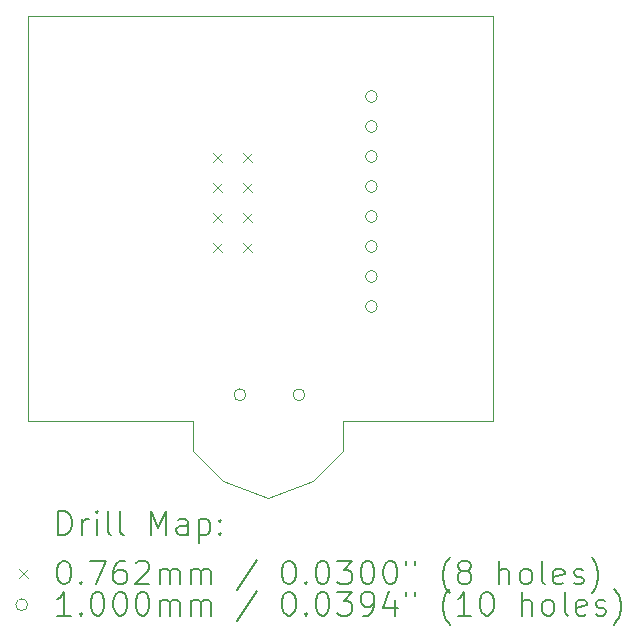
<source format=gbr>
%TF.GenerationSoftware,KiCad,Pcbnew,9.0.0-rc1*%
%TF.CreationDate,2025-03-07T01:04:17+01:00*%
%TF.ProjectId,nRF24-breakout,6e524632-342d-4627-9265-616b6f75742e,rev?*%
%TF.SameCoordinates,Original*%
%TF.FileFunction,Drillmap*%
%TF.FilePolarity,Positive*%
%FSLAX45Y45*%
G04 Gerber Fmt 4.5, Leading zero omitted, Abs format (unit mm)*
G04 Created by KiCad (PCBNEW 9.0.0-rc1) date 2025-03-07 01:04:17*
%MOMM*%
%LPD*%
G01*
G04 APERTURE LIST*
%ADD10C,0.050000*%
%ADD11C,0.200000*%
%ADD12C,0.100000*%
G04 APERTURE END LIST*
D10*
X12492000Y-9979000D02*
X12492000Y-9725000D01*
X9825000Y-6296000D02*
X13762000Y-6296000D01*
X11222000Y-9725000D02*
X10714000Y-9725000D01*
X13762000Y-6296000D02*
X13762000Y-9725000D01*
X9825000Y-9725000D02*
X10714000Y-9725000D01*
X11222000Y-9979000D02*
X11222000Y-9725000D01*
X11476000Y-10233000D02*
X11857000Y-10375634D01*
X12238000Y-10233000D02*
X11857000Y-10375634D01*
X9825000Y-6296000D02*
X9825000Y-9725000D01*
X12238000Y-10233000D02*
X12492000Y-9979000D01*
X12492000Y-9725000D02*
X12873000Y-9725000D01*
X11476000Y-10233000D02*
X11222000Y-9979000D01*
X12873000Y-9725000D02*
X13762000Y-9725000D01*
D11*
D12*
X11390900Y-7457900D02*
X11467100Y-7534100D01*
X11467100Y-7457900D02*
X11390900Y-7534100D01*
X11390900Y-7711900D02*
X11467100Y-7788100D01*
X11467100Y-7711900D02*
X11390900Y-7788100D01*
X11390900Y-7965900D02*
X11467100Y-8042100D01*
X11467100Y-7965900D02*
X11390900Y-8042100D01*
X11390900Y-8219900D02*
X11467100Y-8296100D01*
X11467100Y-8219900D02*
X11390900Y-8296100D01*
X11644900Y-7457900D02*
X11721100Y-7534100D01*
X11721100Y-7457900D02*
X11644900Y-7534100D01*
X11644900Y-7711900D02*
X11721100Y-7788100D01*
X11721100Y-7711900D02*
X11644900Y-7788100D01*
X11644900Y-7965900D02*
X11721100Y-8042100D01*
X11721100Y-7965900D02*
X11644900Y-8042100D01*
X11644900Y-8219900D02*
X11721100Y-8296100D01*
X11721100Y-8219900D02*
X11644900Y-8296100D01*
X11670232Y-9504000D02*
G75*
G02*
X11570232Y-9504000I-50000J0D01*
G01*
X11570232Y-9504000D02*
G75*
G02*
X11670232Y-9504000I50000J0D01*
G01*
X12170232Y-9504000D02*
G75*
G02*
X12070232Y-9504000I-50000J0D01*
G01*
X12070232Y-9504000D02*
G75*
G02*
X12170232Y-9504000I50000J0D01*
G01*
X12784000Y-6979000D02*
G75*
G02*
X12684000Y-6979000I-50000J0D01*
G01*
X12684000Y-6979000D02*
G75*
G02*
X12784000Y-6979000I50000J0D01*
G01*
X12784000Y-7233000D02*
G75*
G02*
X12684000Y-7233000I-50000J0D01*
G01*
X12684000Y-7233000D02*
G75*
G02*
X12784000Y-7233000I50000J0D01*
G01*
X12784000Y-7487000D02*
G75*
G02*
X12684000Y-7487000I-50000J0D01*
G01*
X12684000Y-7487000D02*
G75*
G02*
X12784000Y-7487000I50000J0D01*
G01*
X12784000Y-7741000D02*
G75*
G02*
X12684000Y-7741000I-50000J0D01*
G01*
X12684000Y-7741000D02*
G75*
G02*
X12784000Y-7741000I50000J0D01*
G01*
X12784000Y-7995000D02*
G75*
G02*
X12684000Y-7995000I-50000J0D01*
G01*
X12684000Y-7995000D02*
G75*
G02*
X12784000Y-7995000I50000J0D01*
G01*
X12784000Y-8249000D02*
G75*
G02*
X12684000Y-8249000I-50000J0D01*
G01*
X12684000Y-8249000D02*
G75*
G02*
X12784000Y-8249000I50000J0D01*
G01*
X12784000Y-8503000D02*
G75*
G02*
X12684000Y-8503000I-50000J0D01*
G01*
X12684000Y-8503000D02*
G75*
G02*
X12784000Y-8503000I50000J0D01*
G01*
X12784000Y-8757000D02*
G75*
G02*
X12684000Y-8757000I-50000J0D01*
G01*
X12684000Y-8757000D02*
G75*
G02*
X12784000Y-8757000I50000J0D01*
G01*
D11*
X10083277Y-10689618D02*
X10083277Y-10489618D01*
X10083277Y-10489618D02*
X10130896Y-10489618D01*
X10130896Y-10489618D02*
X10159467Y-10499142D01*
X10159467Y-10499142D02*
X10178515Y-10518190D01*
X10178515Y-10518190D02*
X10188039Y-10537237D01*
X10188039Y-10537237D02*
X10197563Y-10575332D01*
X10197563Y-10575332D02*
X10197563Y-10603904D01*
X10197563Y-10603904D02*
X10188039Y-10641999D01*
X10188039Y-10641999D02*
X10178515Y-10661047D01*
X10178515Y-10661047D02*
X10159467Y-10680094D01*
X10159467Y-10680094D02*
X10130896Y-10689618D01*
X10130896Y-10689618D02*
X10083277Y-10689618D01*
X10283277Y-10689618D02*
X10283277Y-10556285D01*
X10283277Y-10594380D02*
X10292801Y-10575332D01*
X10292801Y-10575332D02*
X10302324Y-10565809D01*
X10302324Y-10565809D02*
X10321372Y-10556285D01*
X10321372Y-10556285D02*
X10340420Y-10556285D01*
X10407086Y-10689618D02*
X10407086Y-10556285D01*
X10407086Y-10489618D02*
X10397563Y-10499142D01*
X10397563Y-10499142D02*
X10407086Y-10508666D01*
X10407086Y-10508666D02*
X10416610Y-10499142D01*
X10416610Y-10499142D02*
X10407086Y-10489618D01*
X10407086Y-10489618D02*
X10407086Y-10508666D01*
X10530896Y-10689618D02*
X10511848Y-10680094D01*
X10511848Y-10680094D02*
X10502324Y-10661047D01*
X10502324Y-10661047D02*
X10502324Y-10489618D01*
X10635658Y-10689618D02*
X10616610Y-10680094D01*
X10616610Y-10680094D02*
X10607086Y-10661047D01*
X10607086Y-10661047D02*
X10607086Y-10489618D01*
X10864229Y-10689618D02*
X10864229Y-10489618D01*
X10864229Y-10489618D02*
X10930896Y-10632475D01*
X10930896Y-10632475D02*
X10997563Y-10489618D01*
X10997563Y-10489618D02*
X10997563Y-10689618D01*
X11178515Y-10689618D02*
X11178515Y-10584856D01*
X11178515Y-10584856D02*
X11168991Y-10565809D01*
X11168991Y-10565809D02*
X11149944Y-10556285D01*
X11149944Y-10556285D02*
X11111848Y-10556285D01*
X11111848Y-10556285D02*
X11092801Y-10565809D01*
X11178515Y-10680094D02*
X11159467Y-10689618D01*
X11159467Y-10689618D02*
X11111848Y-10689618D01*
X11111848Y-10689618D02*
X11092801Y-10680094D01*
X11092801Y-10680094D02*
X11083277Y-10661047D01*
X11083277Y-10661047D02*
X11083277Y-10641999D01*
X11083277Y-10641999D02*
X11092801Y-10622952D01*
X11092801Y-10622952D02*
X11111848Y-10613428D01*
X11111848Y-10613428D02*
X11159467Y-10613428D01*
X11159467Y-10613428D02*
X11178515Y-10603904D01*
X11273753Y-10556285D02*
X11273753Y-10756285D01*
X11273753Y-10565809D02*
X11292801Y-10556285D01*
X11292801Y-10556285D02*
X11330896Y-10556285D01*
X11330896Y-10556285D02*
X11349943Y-10565809D01*
X11349943Y-10565809D02*
X11359467Y-10575332D01*
X11359467Y-10575332D02*
X11368991Y-10594380D01*
X11368991Y-10594380D02*
X11368991Y-10651523D01*
X11368991Y-10651523D02*
X11359467Y-10670571D01*
X11359467Y-10670571D02*
X11349943Y-10680094D01*
X11349943Y-10680094D02*
X11330896Y-10689618D01*
X11330896Y-10689618D02*
X11292801Y-10689618D01*
X11292801Y-10689618D02*
X11273753Y-10680094D01*
X11454705Y-10670571D02*
X11464229Y-10680094D01*
X11464229Y-10680094D02*
X11454705Y-10689618D01*
X11454705Y-10689618D02*
X11445182Y-10680094D01*
X11445182Y-10680094D02*
X11454705Y-10670571D01*
X11454705Y-10670571D02*
X11454705Y-10689618D01*
X11454705Y-10565809D02*
X11464229Y-10575332D01*
X11464229Y-10575332D02*
X11454705Y-10584856D01*
X11454705Y-10584856D02*
X11445182Y-10575332D01*
X11445182Y-10575332D02*
X11454705Y-10565809D01*
X11454705Y-10565809D02*
X11454705Y-10584856D01*
D12*
X9746300Y-10980034D02*
X9822500Y-11056234D01*
X9822500Y-10980034D02*
X9746300Y-11056234D01*
D11*
X10121372Y-10909618D02*
X10140420Y-10909618D01*
X10140420Y-10909618D02*
X10159467Y-10919142D01*
X10159467Y-10919142D02*
X10168991Y-10928666D01*
X10168991Y-10928666D02*
X10178515Y-10947713D01*
X10178515Y-10947713D02*
X10188039Y-10985809D01*
X10188039Y-10985809D02*
X10188039Y-11033428D01*
X10188039Y-11033428D02*
X10178515Y-11071523D01*
X10178515Y-11071523D02*
X10168991Y-11090571D01*
X10168991Y-11090571D02*
X10159467Y-11100094D01*
X10159467Y-11100094D02*
X10140420Y-11109618D01*
X10140420Y-11109618D02*
X10121372Y-11109618D01*
X10121372Y-11109618D02*
X10102324Y-11100094D01*
X10102324Y-11100094D02*
X10092801Y-11090571D01*
X10092801Y-11090571D02*
X10083277Y-11071523D01*
X10083277Y-11071523D02*
X10073753Y-11033428D01*
X10073753Y-11033428D02*
X10073753Y-10985809D01*
X10073753Y-10985809D02*
X10083277Y-10947713D01*
X10083277Y-10947713D02*
X10092801Y-10928666D01*
X10092801Y-10928666D02*
X10102324Y-10919142D01*
X10102324Y-10919142D02*
X10121372Y-10909618D01*
X10273753Y-11090571D02*
X10283277Y-11100094D01*
X10283277Y-11100094D02*
X10273753Y-11109618D01*
X10273753Y-11109618D02*
X10264229Y-11100094D01*
X10264229Y-11100094D02*
X10273753Y-11090571D01*
X10273753Y-11090571D02*
X10273753Y-11109618D01*
X10349944Y-10909618D02*
X10483277Y-10909618D01*
X10483277Y-10909618D02*
X10397563Y-11109618D01*
X10645182Y-10909618D02*
X10607086Y-10909618D01*
X10607086Y-10909618D02*
X10588039Y-10919142D01*
X10588039Y-10919142D02*
X10578515Y-10928666D01*
X10578515Y-10928666D02*
X10559467Y-10957237D01*
X10559467Y-10957237D02*
X10549944Y-10995332D01*
X10549944Y-10995332D02*
X10549944Y-11071523D01*
X10549944Y-11071523D02*
X10559467Y-11090571D01*
X10559467Y-11090571D02*
X10568991Y-11100094D01*
X10568991Y-11100094D02*
X10588039Y-11109618D01*
X10588039Y-11109618D02*
X10626134Y-11109618D01*
X10626134Y-11109618D02*
X10645182Y-11100094D01*
X10645182Y-11100094D02*
X10654705Y-11090571D01*
X10654705Y-11090571D02*
X10664229Y-11071523D01*
X10664229Y-11071523D02*
X10664229Y-11023904D01*
X10664229Y-11023904D02*
X10654705Y-11004856D01*
X10654705Y-11004856D02*
X10645182Y-10995332D01*
X10645182Y-10995332D02*
X10626134Y-10985809D01*
X10626134Y-10985809D02*
X10588039Y-10985809D01*
X10588039Y-10985809D02*
X10568991Y-10995332D01*
X10568991Y-10995332D02*
X10559467Y-11004856D01*
X10559467Y-11004856D02*
X10549944Y-11023904D01*
X10740420Y-10928666D02*
X10749944Y-10919142D01*
X10749944Y-10919142D02*
X10768991Y-10909618D01*
X10768991Y-10909618D02*
X10816610Y-10909618D01*
X10816610Y-10909618D02*
X10835658Y-10919142D01*
X10835658Y-10919142D02*
X10845182Y-10928666D01*
X10845182Y-10928666D02*
X10854705Y-10947713D01*
X10854705Y-10947713D02*
X10854705Y-10966761D01*
X10854705Y-10966761D02*
X10845182Y-10995332D01*
X10845182Y-10995332D02*
X10730896Y-11109618D01*
X10730896Y-11109618D02*
X10854705Y-11109618D01*
X10940420Y-11109618D02*
X10940420Y-10976285D01*
X10940420Y-10995332D02*
X10949944Y-10985809D01*
X10949944Y-10985809D02*
X10968991Y-10976285D01*
X10968991Y-10976285D02*
X10997563Y-10976285D01*
X10997563Y-10976285D02*
X11016610Y-10985809D01*
X11016610Y-10985809D02*
X11026134Y-11004856D01*
X11026134Y-11004856D02*
X11026134Y-11109618D01*
X11026134Y-11004856D02*
X11035658Y-10985809D01*
X11035658Y-10985809D02*
X11054705Y-10976285D01*
X11054705Y-10976285D02*
X11083277Y-10976285D01*
X11083277Y-10976285D02*
X11102325Y-10985809D01*
X11102325Y-10985809D02*
X11111848Y-11004856D01*
X11111848Y-11004856D02*
X11111848Y-11109618D01*
X11207086Y-11109618D02*
X11207086Y-10976285D01*
X11207086Y-10995332D02*
X11216610Y-10985809D01*
X11216610Y-10985809D02*
X11235658Y-10976285D01*
X11235658Y-10976285D02*
X11264229Y-10976285D01*
X11264229Y-10976285D02*
X11283277Y-10985809D01*
X11283277Y-10985809D02*
X11292801Y-11004856D01*
X11292801Y-11004856D02*
X11292801Y-11109618D01*
X11292801Y-11004856D02*
X11302324Y-10985809D01*
X11302324Y-10985809D02*
X11321372Y-10976285D01*
X11321372Y-10976285D02*
X11349943Y-10976285D01*
X11349943Y-10976285D02*
X11368991Y-10985809D01*
X11368991Y-10985809D02*
X11378515Y-11004856D01*
X11378515Y-11004856D02*
X11378515Y-11109618D01*
X11768991Y-10900094D02*
X11597563Y-11157237D01*
X12026134Y-10909618D02*
X12045182Y-10909618D01*
X12045182Y-10909618D02*
X12064229Y-10919142D01*
X12064229Y-10919142D02*
X12073753Y-10928666D01*
X12073753Y-10928666D02*
X12083277Y-10947713D01*
X12083277Y-10947713D02*
X12092801Y-10985809D01*
X12092801Y-10985809D02*
X12092801Y-11033428D01*
X12092801Y-11033428D02*
X12083277Y-11071523D01*
X12083277Y-11071523D02*
X12073753Y-11090571D01*
X12073753Y-11090571D02*
X12064229Y-11100094D01*
X12064229Y-11100094D02*
X12045182Y-11109618D01*
X12045182Y-11109618D02*
X12026134Y-11109618D01*
X12026134Y-11109618D02*
X12007086Y-11100094D01*
X12007086Y-11100094D02*
X11997563Y-11090571D01*
X11997563Y-11090571D02*
X11988039Y-11071523D01*
X11988039Y-11071523D02*
X11978515Y-11033428D01*
X11978515Y-11033428D02*
X11978515Y-10985809D01*
X11978515Y-10985809D02*
X11988039Y-10947713D01*
X11988039Y-10947713D02*
X11997563Y-10928666D01*
X11997563Y-10928666D02*
X12007086Y-10919142D01*
X12007086Y-10919142D02*
X12026134Y-10909618D01*
X12178515Y-11090571D02*
X12188039Y-11100094D01*
X12188039Y-11100094D02*
X12178515Y-11109618D01*
X12178515Y-11109618D02*
X12168991Y-11100094D01*
X12168991Y-11100094D02*
X12178515Y-11090571D01*
X12178515Y-11090571D02*
X12178515Y-11109618D01*
X12311848Y-10909618D02*
X12330896Y-10909618D01*
X12330896Y-10909618D02*
X12349944Y-10919142D01*
X12349944Y-10919142D02*
X12359467Y-10928666D01*
X12359467Y-10928666D02*
X12368991Y-10947713D01*
X12368991Y-10947713D02*
X12378515Y-10985809D01*
X12378515Y-10985809D02*
X12378515Y-11033428D01*
X12378515Y-11033428D02*
X12368991Y-11071523D01*
X12368991Y-11071523D02*
X12359467Y-11090571D01*
X12359467Y-11090571D02*
X12349944Y-11100094D01*
X12349944Y-11100094D02*
X12330896Y-11109618D01*
X12330896Y-11109618D02*
X12311848Y-11109618D01*
X12311848Y-11109618D02*
X12292801Y-11100094D01*
X12292801Y-11100094D02*
X12283277Y-11090571D01*
X12283277Y-11090571D02*
X12273753Y-11071523D01*
X12273753Y-11071523D02*
X12264229Y-11033428D01*
X12264229Y-11033428D02*
X12264229Y-10985809D01*
X12264229Y-10985809D02*
X12273753Y-10947713D01*
X12273753Y-10947713D02*
X12283277Y-10928666D01*
X12283277Y-10928666D02*
X12292801Y-10919142D01*
X12292801Y-10919142D02*
X12311848Y-10909618D01*
X12445182Y-10909618D02*
X12568991Y-10909618D01*
X12568991Y-10909618D02*
X12502325Y-10985809D01*
X12502325Y-10985809D02*
X12530896Y-10985809D01*
X12530896Y-10985809D02*
X12549944Y-10995332D01*
X12549944Y-10995332D02*
X12559467Y-11004856D01*
X12559467Y-11004856D02*
X12568991Y-11023904D01*
X12568991Y-11023904D02*
X12568991Y-11071523D01*
X12568991Y-11071523D02*
X12559467Y-11090571D01*
X12559467Y-11090571D02*
X12549944Y-11100094D01*
X12549944Y-11100094D02*
X12530896Y-11109618D01*
X12530896Y-11109618D02*
X12473753Y-11109618D01*
X12473753Y-11109618D02*
X12454706Y-11100094D01*
X12454706Y-11100094D02*
X12445182Y-11090571D01*
X12692801Y-10909618D02*
X12711848Y-10909618D01*
X12711848Y-10909618D02*
X12730896Y-10919142D01*
X12730896Y-10919142D02*
X12740420Y-10928666D01*
X12740420Y-10928666D02*
X12749944Y-10947713D01*
X12749944Y-10947713D02*
X12759467Y-10985809D01*
X12759467Y-10985809D02*
X12759467Y-11033428D01*
X12759467Y-11033428D02*
X12749944Y-11071523D01*
X12749944Y-11071523D02*
X12740420Y-11090571D01*
X12740420Y-11090571D02*
X12730896Y-11100094D01*
X12730896Y-11100094D02*
X12711848Y-11109618D01*
X12711848Y-11109618D02*
X12692801Y-11109618D01*
X12692801Y-11109618D02*
X12673753Y-11100094D01*
X12673753Y-11100094D02*
X12664229Y-11090571D01*
X12664229Y-11090571D02*
X12654706Y-11071523D01*
X12654706Y-11071523D02*
X12645182Y-11033428D01*
X12645182Y-11033428D02*
X12645182Y-10985809D01*
X12645182Y-10985809D02*
X12654706Y-10947713D01*
X12654706Y-10947713D02*
X12664229Y-10928666D01*
X12664229Y-10928666D02*
X12673753Y-10919142D01*
X12673753Y-10919142D02*
X12692801Y-10909618D01*
X12883277Y-10909618D02*
X12902325Y-10909618D01*
X12902325Y-10909618D02*
X12921372Y-10919142D01*
X12921372Y-10919142D02*
X12930896Y-10928666D01*
X12930896Y-10928666D02*
X12940420Y-10947713D01*
X12940420Y-10947713D02*
X12949944Y-10985809D01*
X12949944Y-10985809D02*
X12949944Y-11033428D01*
X12949944Y-11033428D02*
X12940420Y-11071523D01*
X12940420Y-11071523D02*
X12930896Y-11090571D01*
X12930896Y-11090571D02*
X12921372Y-11100094D01*
X12921372Y-11100094D02*
X12902325Y-11109618D01*
X12902325Y-11109618D02*
X12883277Y-11109618D01*
X12883277Y-11109618D02*
X12864229Y-11100094D01*
X12864229Y-11100094D02*
X12854706Y-11090571D01*
X12854706Y-11090571D02*
X12845182Y-11071523D01*
X12845182Y-11071523D02*
X12835658Y-11033428D01*
X12835658Y-11033428D02*
X12835658Y-10985809D01*
X12835658Y-10985809D02*
X12845182Y-10947713D01*
X12845182Y-10947713D02*
X12854706Y-10928666D01*
X12854706Y-10928666D02*
X12864229Y-10919142D01*
X12864229Y-10919142D02*
X12883277Y-10909618D01*
X13026134Y-10909618D02*
X13026134Y-10947713D01*
X13102325Y-10909618D02*
X13102325Y-10947713D01*
X13397563Y-11185809D02*
X13388039Y-11176285D01*
X13388039Y-11176285D02*
X13368991Y-11147713D01*
X13368991Y-11147713D02*
X13359468Y-11128666D01*
X13359468Y-11128666D02*
X13349944Y-11100094D01*
X13349944Y-11100094D02*
X13340420Y-11052475D01*
X13340420Y-11052475D02*
X13340420Y-11014380D01*
X13340420Y-11014380D02*
X13349944Y-10966761D01*
X13349944Y-10966761D02*
X13359468Y-10938190D01*
X13359468Y-10938190D02*
X13368991Y-10919142D01*
X13368991Y-10919142D02*
X13388039Y-10890571D01*
X13388039Y-10890571D02*
X13397563Y-10881047D01*
X13502325Y-10995332D02*
X13483277Y-10985809D01*
X13483277Y-10985809D02*
X13473753Y-10976285D01*
X13473753Y-10976285D02*
X13464229Y-10957237D01*
X13464229Y-10957237D02*
X13464229Y-10947713D01*
X13464229Y-10947713D02*
X13473753Y-10928666D01*
X13473753Y-10928666D02*
X13483277Y-10919142D01*
X13483277Y-10919142D02*
X13502325Y-10909618D01*
X13502325Y-10909618D02*
X13540420Y-10909618D01*
X13540420Y-10909618D02*
X13559468Y-10919142D01*
X13559468Y-10919142D02*
X13568991Y-10928666D01*
X13568991Y-10928666D02*
X13578515Y-10947713D01*
X13578515Y-10947713D02*
X13578515Y-10957237D01*
X13578515Y-10957237D02*
X13568991Y-10976285D01*
X13568991Y-10976285D02*
X13559468Y-10985809D01*
X13559468Y-10985809D02*
X13540420Y-10995332D01*
X13540420Y-10995332D02*
X13502325Y-10995332D01*
X13502325Y-10995332D02*
X13483277Y-11004856D01*
X13483277Y-11004856D02*
X13473753Y-11014380D01*
X13473753Y-11014380D02*
X13464229Y-11033428D01*
X13464229Y-11033428D02*
X13464229Y-11071523D01*
X13464229Y-11071523D02*
X13473753Y-11090571D01*
X13473753Y-11090571D02*
X13483277Y-11100094D01*
X13483277Y-11100094D02*
X13502325Y-11109618D01*
X13502325Y-11109618D02*
X13540420Y-11109618D01*
X13540420Y-11109618D02*
X13559468Y-11100094D01*
X13559468Y-11100094D02*
X13568991Y-11090571D01*
X13568991Y-11090571D02*
X13578515Y-11071523D01*
X13578515Y-11071523D02*
X13578515Y-11033428D01*
X13578515Y-11033428D02*
X13568991Y-11014380D01*
X13568991Y-11014380D02*
X13559468Y-11004856D01*
X13559468Y-11004856D02*
X13540420Y-10995332D01*
X13816610Y-11109618D02*
X13816610Y-10909618D01*
X13902325Y-11109618D02*
X13902325Y-11004856D01*
X13902325Y-11004856D02*
X13892801Y-10985809D01*
X13892801Y-10985809D02*
X13873753Y-10976285D01*
X13873753Y-10976285D02*
X13845182Y-10976285D01*
X13845182Y-10976285D02*
X13826134Y-10985809D01*
X13826134Y-10985809D02*
X13816610Y-10995332D01*
X14026134Y-11109618D02*
X14007087Y-11100094D01*
X14007087Y-11100094D02*
X13997563Y-11090571D01*
X13997563Y-11090571D02*
X13988039Y-11071523D01*
X13988039Y-11071523D02*
X13988039Y-11014380D01*
X13988039Y-11014380D02*
X13997563Y-10995332D01*
X13997563Y-10995332D02*
X14007087Y-10985809D01*
X14007087Y-10985809D02*
X14026134Y-10976285D01*
X14026134Y-10976285D02*
X14054706Y-10976285D01*
X14054706Y-10976285D02*
X14073753Y-10985809D01*
X14073753Y-10985809D02*
X14083277Y-10995332D01*
X14083277Y-10995332D02*
X14092801Y-11014380D01*
X14092801Y-11014380D02*
X14092801Y-11071523D01*
X14092801Y-11071523D02*
X14083277Y-11090571D01*
X14083277Y-11090571D02*
X14073753Y-11100094D01*
X14073753Y-11100094D02*
X14054706Y-11109618D01*
X14054706Y-11109618D02*
X14026134Y-11109618D01*
X14207087Y-11109618D02*
X14188039Y-11100094D01*
X14188039Y-11100094D02*
X14178515Y-11081047D01*
X14178515Y-11081047D02*
X14178515Y-10909618D01*
X14359468Y-11100094D02*
X14340420Y-11109618D01*
X14340420Y-11109618D02*
X14302325Y-11109618D01*
X14302325Y-11109618D02*
X14283277Y-11100094D01*
X14283277Y-11100094D02*
X14273753Y-11081047D01*
X14273753Y-11081047D02*
X14273753Y-11004856D01*
X14273753Y-11004856D02*
X14283277Y-10985809D01*
X14283277Y-10985809D02*
X14302325Y-10976285D01*
X14302325Y-10976285D02*
X14340420Y-10976285D01*
X14340420Y-10976285D02*
X14359468Y-10985809D01*
X14359468Y-10985809D02*
X14368991Y-11004856D01*
X14368991Y-11004856D02*
X14368991Y-11023904D01*
X14368991Y-11023904D02*
X14273753Y-11042952D01*
X14445182Y-11100094D02*
X14464230Y-11109618D01*
X14464230Y-11109618D02*
X14502325Y-11109618D01*
X14502325Y-11109618D02*
X14521372Y-11100094D01*
X14521372Y-11100094D02*
X14530896Y-11081047D01*
X14530896Y-11081047D02*
X14530896Y-11071523D01*
X14530896Y-11071523D02*
X14521372Y-11052475D01*
X14521372Y-11052475D02*
X14502325Y-11042952D01*
X14502325Y-11042952D02*
X14473753Y-11042952D01*
X14473753Y-11042952D02*
X14454706Y-11033428D01*
X14454706Y-11033428D02*
X14445182Y-11014380D01*
X14445182Y-11014380D02*
X14445182Y-11004856D01*
X14445182Y-11004856D02*
X14454706Y-10985809D01*
X14454706Y-10985809D02*
X14473753Y-10976285D01*
X14473753Y-10976285D02*
X14502325Y-10976285D01*
X14502325Y-10976285D02*
X14521372Y-10985809D01*
X14597563Y-11185809D02*
X14607087Y-11176285D01*
X14607087Y-11176285D02*
X14626134Y-11147713D01*
X14626134Y-11147713D02*
X14635658Y-11128666D01*
X14635658Y-11128666D02*
X14645182Y-11100094D01*
X14645182Y-11100094D02*
X14654706Y-11052475D01*
X14654706Y-11052475D02*
X14654706Y-11014380D01*
X14654706Y-11014380D02*
X14645182Y-10966761D01*
X14645182Y-10966761D02*
X14635658Y-10938190D01*
X14635658Y-10938190D02*
X14626134Y-10919142D01*
X14626134Y-10919142D02*
X14607087Y-10890571D01*
X14607087Y-10890571D02*
X14597563Y-10881047D01*
D12*
X9822500Y-11282134D02*
G75*
G02*
X9722500Y-11282134I-50000J0D01*
G01*
X9722500Y-11282134D02*
G75*
G02*
X9822500Y-11282134I50000J0D01*
G01*
D11*
X10188039Y-11373618D02*
X10073753Y-11373618D01*
X10130896Y-11373618D02*
X10130896Y-11173618D01*
X10130896Y-11173618D02*
X10111848Y-11202190D01*
X10111848Y-11202190D02*
X10092801Y-11221237D01*
X10092801Y-11221237D02*
X10073753Y-11230761D01*
X10273753Y-11354570D02*
X10283277Y-11364094D01*
X10283277Y-11364094D02*
X10273753Y-11373618D01*
X10273753Y-11373618D02*
X10264229Y-11364094D01*
X10264229Y-11364094D02*
X10273753Y-11354570D01*
X10273753Y-11354570D02*
X10273753Y-11373618D01*
X10407086Y-11173618D02*
X10426134Y-11173618D01*
X10426134Y-11173618D02*
X10445182Y-11183142D01*
X10445182Y-11183142D02*
X10454705Y-11192666D01*
X10454705Y-11192666D02*
X10464229Y-11211713D01*
X10464229Y-11211713D02*
X10473753Y-11249809D01*
X10473753Y-11249809D02*
X10473753Y-11297428D01*
X10473753Y-11297428D02*
X10464229Y-11335523D01*
X10464229Y-11335523D02*
X10454705Y-11354570D01*
X10454705Y-11354570D02*
X10445182Y-11364094D01*
X10445182Y-11364094D02*
X10426134Y-11373618D01*
X10426134Y-11373618D02*
X10407086Y-11373618D01*
X10407086Y-11373618D02*
X10388039Y-11364094D01*
X10388039Y-11364094D02*
X10378515Y-11354570D01*
X10378515Y-11354570D02*
X10368991Y-11335523D01*
X10368991Y-11335523D02*
X10359467Y-11297428D01*
X10359467Y-11297428D02*
X10359467Y-11249809D01*
X10359467Y-11249809D02*
X10368991Y-11211713D01*
X10368991Y-11211713D02*
X10378515Y-11192666D01*
X10378515Y-11192666D02*
X10388039Y-11183142D01*
X10388039Y-11183142D02*
X10407086Y-11173618D01*
X10597563Y-11173618D02*
X10616610Y-11173618D01*
X10616610Y-11173618D02*
X10635658Y-11183142D01*
X10635658Y-11183142D02*
X10645182Y-11192666D01*
X10645182Y-11192666D02*
X10654705Y-11211713D01*
X10654705Y-11211713D02*
X10664229Y-11249809D01*
X10664229Y-11249809D02*
X10664229Y-11297428D01*
X10664229Y-11297428D02*
X10654705Y-11335523D01*
X10654705Y-11335523D02*
X10645182Y-11354570D01*
X10645182Y-11354570D02*
X10635658Y-11364094D01*
X10635658Y-11364094D02*
X10616610Y-11373618D01*
X10616610Y-11373618D02*
X10597563Y-11373618D01*
X10597563Y-11373618D02*
X10578515Y-11364094D01*
X10578515Y-11364094D02*
X10568991Y-11354570D01*
X10568991Y-11354570D02*
X10559467Y-11335523D01*
X10559467Y-11335523D02*
X10549944Y-11297428D01*
X10549944Y-11297428D02*
X10549944Y-11249809D01*
X10549944Y-11249809D02*
X10559467Y-11211713D01*
X10559467Y-11211713D02*
X10568991Y-11192666D01*
X10568991Y-11192666D02*
X10578515Y-11183142D01*
X10578515Y-11183142D02*
X10597563Y-11173618D01*
X10788039Y-11173618D02*
X10807086Y-11173618D01*
X10807086Y-11173618D02*
X10826134Y-11183142D01*
X10826134Y-11183142D02*
X10835658Y-11192666D01*
X10835658Y-11192666D02*
X10845182Y-11211713D01*
X10845182Y-11211713D02*
X10854705Y-11249809D01*
X10854705Y-11249809D02*
X10854705Y-11297428D01*
X10854705Y-11297428D02*
X10845182Y-11335523D01*
X10845182Y-11335523D02*
X10835658Y-11354570D01*
X10835658Y-11354570D02*
X10826134Y-11364094D01*
X10826134Y-11364094D02*
X10807086Y-11373618D01*
X10807086Y-11373618D02*
X10788039Y-11373618D01*
X10788039Y-11373618D02*
X10768991Y-11364094D01*
X10768991Y-11364094D02*
X10759467Y-11354570D01*
X10759467Y-11354570D02*
X10749944Y-11335523D01*
X10749944Y-11335523D02*
X10740420Y-11297428D01*
X10740420Y-11297428D02*
X10740420Y-11249809D01*
X10740420Y-11249809D02*
X10749944Y-11211713D01*
X10749944Y-11211713D02*
X10759467Y-11192666D01*
X10759467Y-11192666D02*
X10768991Y-11183142D01*
X10768991Y-11183142D02*
X10788039Y-11173618D01*
X10940420Y-11373618D02*
X10940420Y-11240285D01*
X10940420Y-11259332D02*
X10949944Y-11249809D01*
X10949944Y-11249809D02*
X10968991Y-11240285D01*
X10968991Y-11240285D02*
X10997563Y-11240285D01*
X10997563Y-11240285D02*
X11016610Y-11249809D01*
X11016610Y-11249809D02*
X11026134Y-11268856D01*
X11026134Y-11268856D02*
X11026134Y-11373618D01*
X11026134Y-11268856D02*
X11035658Y-11249809D01*
X11035658Y-11249809D02*
X11054705Y-11240285D01*
X11054705Y-11240285D02*
X11083277Y-11240285D01*
X11083277Y-11240285D02*
X11102325Y-11249809D01*
X11102325Y-11249809D02*
X11111848Y-11268856D01*
X11111848Y-11268856D02*
X11111848Y-11373618D01*
X11207086Y-11373618D02*
X11207086Y-11240285D01*
X11207086Y-11259332D02*
X11216610Y-11249809D01*
X11216610Y-11249809D02*
X11235658Y-11240285D01*
X11235658Y-11240285D02*
X11264229Y-11240285D01*
X11264229Y-11240285D02*
X11283277Y-11249809D01*
X11283277Y-11249809D02*
X11292801Y-11268856D01*
X11292801Y-11268856D02*
X11292801Y-11373618D01*
X11292801Y-11268856D02*
X11302324Y-11249809D01*
X11302324Y-11249809D02*
X11321372Y-11240285D01*
X11321372Y-11240285D02*
X11349943Y-11240285D01*
X11349943Y-11240285D02*
X11368991Y-11249809D01*
X11368991Y-11249809D02*
X11378515Y-11268856D01*
X11378515Y-11268856D02*
X11378515Y-11373618D01*
X11768991Y-11164094D02*
X11597563Y-11421237D01*
X12026134Y-11173618D02*
X12045182Y-11173618D01*
X12045182Y-11173618D02*
X12064229Y-11183142D01*
X12064229Y-11183142D02*
X12073753Y-11192666D01*
X12073753Y-11192666D02*
X12083277Y-11211713D01*
X12083277Y-11211713D02*
X12092801Y-11249809D01*
X12092801Y-11249809D02*
X12092801Y-11297428D01*
X12092801Y-11297428D02*
X12083277Y-11335523D01*
X12083277Y-11335523D02*
X12073753Y-11354570D01*
X12073753Y-11354570D02*
X12064229Y-11364094D01*
X12064229Y-11364094D02*
X12045182Y-11373618D01*
X12045182Y-11373618D02*
X12026134Y-11373618D01*
X12026134Y-11373618D02*
X12007086Y-11364094D01*
X12007086Y-11364094D02*
X11997563Y-11354570D01*
X11997563Y-11354570D02*
X11988039Y-11335523D01*
X11988039Y-11335523D02*
X11978515Y-11297428D01*
X11978515Y-11297428D02*
X11978515Y-11249809D01*
X11978515Y-11249809D02*
X11988039Y-11211713D01*
X11988039Y-11211713D02*
X11997563Y-11192666D01*
X11997563Y-11192666D02*
X12007086Y-11183142D01*
X12007086Y-11183142D02*
X12026134Y-11173618D01*
X12178515Y-11354570D02*
X12188039Y-11364094D01*
X12188039Y-11364094D02*
X12178515Y-11373618D01*
X12178515Y-11373618D02*
X12168991Y-11364094D01*
X12168991Y-11364094D02*
X12178515Y-11354570D01*
X12178515Y-11354570D02*
X12178515Y-11373618D01*
X12311848Y-11173618D02*
X12330896Y-11173618D01*
X12330896Y-11173618D02*
X12349944Y-11183142D01*
X12349944Y-11183142D02*
X12359467Y-11192666D01*
X12359467Y-11192666D02*
X12368991Y-11211713D01*
X12368991Y-11211713D02*
X12378515Y-11249809D01*
X12378515Y-11249809D02*
X12378515Y-11297428D01*
X12378515Y-11297428D02*
X12368991Y-11335523D01*
X12368991Y-11335523D02*
X12359467Y-11354570D01*
X12359467Y-11354570D02*
X12349944Y-11364094D01*
X12349944Y-11364094D02*
X12330896Y-11373618D01*
X12330896Y-11373618D02*
X12311848Y-11373618D01*
X12311848Y-11373618D02*
X12292801Y-11364094D01*
X12292801Y-11364094D02*
X12283277Y-11354570D01*
X12283277Y-11354570D02*
X12273753Y-11335523D01*
X12273753Y-11335523D02*
X12264229Y-11297428D01*
X12264229Y-11297428D02*
X12264229Y-11249809D01*
X12264229Y-11249809D02*
X12273753Y-11211713D01*
X12273753Y-11211713D02*
X12283277Y-11192666D01*
X12283277Y-11192666D02*
X12292801Y-11183142D01*
X12292801Y-11183142D02*
X12311848Y-11173618D01*
X12445182Y-11173618D02*
X12568991Y-11173618D01*
X12568991Y-11173618D02*
X12502325Y-11249809D01*
X12502325Y-11249809D02*
X12530896Y-11249809D01*
X12530896Y-11249809D02*
X12549944Y-11259332D01*
X12549944Y-11259332D02*
X12559467Y-11268856D01*
X12559467Y-11268856D02*
X12568991Y-11287904D01*
X12568991Y-11287904D02*
X12568991Y-11335523D01*
X12568991Y-11335523D02*
X12559467Y-11354570D01*
X12559467Y-11354570D02*
X12549944Y-11364094D01*
X12549944Y-11364094D02*
X12530896Y-11373618D01*
X12530896Y-11373618D02*
X12473753Y-11373618D01*
X12473753Y-11373618D02*
X12454706Y-11364094D01*
X12454706Y-11364094D02*
X12445182Y-11354570D01*
X12664229Y-11373618D02*
X12702325Y-11373618D01*
X12702325Y-11373618D02*
X12721372Y-11364094D01*
X12721372Y-11364094D02*
X12730896Y-11354570D01*
X12730896Y-11354570D02*
X12749944Y-11325999D01*
X12749944Y-11325999D02*
X12759467Y-11287904D01*
X12759467Y-11287904D02*
X12759467Y-11211713D01*
X12759467Y-11211713D02*
X12749944Y-11192666D01*
X12749944Y-11192666D02*
X12740420Y-11183142D01*
X12740420Y-11183142D02*
X12721372Y-11173618D01*
X12721372Y-11173618D02*
X12683277Y-11173618D01*
X12683277Y-11173618D02*
X12664229Y-11183142D01*
X12664229Y-11183142D02*
X12654706Y-11192666D01*
X12654706Y-11192666D02*
X12645182Y-11211713D01*
X12645182Y-11211713D02*
X12645182Y-11259332D01*
X12645182Y-11259332D02*
X12654706Y-11278380D01*
X12654706Y-11278380D02*
X12664229Y-11287904D01*
X12664229Y-11287904D02*
X12683277Y-11297428D01*
X12683277Y-11297428D02*
X12721372Y-11297428D01*
X12721372Y-11297428D02*
X12740420Y-11287904D01*
X12740420Y-11287904D02*
X12749944Y-11278380D01*
X12749944Y-11278380D02*
X12759467Y-11259332D01*
X12930896Y-11240285D02*
X12930896Y-11373618D01*
X12883277Y-11164094D02*
X12835658Y-11306951D01*
X12835658Y-11306951D02*
X12959467Y-11306951D01*
X13026134Y-11173618D02*
X13026134Y-11211713D01*
X13102325Y-11173618D02*
X13102325Y-11211713D01*
X13397563Y-11449809D02*
X13388039Y-11440285D01*
X13388039Y-11440285D02*
X13368991Y-11411713D01*
X13368991Y-11411713D02*
X13359468Y-11392666D01*
X13359468Y-11392666D02*
X13349944Y-11364094D01*
X13349944Y-11364094D02*
X13340420Y-11316475D01*
X13340420Y-11316475D02*
X13340420Y-11278380D01*
X13340420Y-11278380D02*
X13349944Y-11230761D01*
X13349944Y-11230761D02*
X13359468Y-11202190D01*
X13359468Y-11202190D02*
X13368991Y-11183142D01*
X13368991Y-11183142D02*
X13388039Y-11154571D01*
X13388039Y-11154571D02*
X13397563Y-11145047D01*
X13578515Y-11373618D02*
X13464229Y-11373618D01*
X13521372Y-11373618D02*
X13521372Y-11173618D01*
X13521372Y-11173618D02*
X13502325Y-11202190D01*
X13502325Y-11202190D02*
X13483277Y-11221237D01*
X13483277Y-11221237D02*
X13464229Y-11230761D01*
X13702325Y-11173618D02*
X13721372Y-11173618D01*
X13721372Y-11173618D02*
X13740420Y-11183142D01*
X13740420Y-11183142D02*
X13749944Y-11192666D01*
X13749944Y-11192666D02*
X13759468Y-11211713D01*
X13759468Y-11211713D02*
X13768991Y-11249809D01*
X13768991Y-11249809D02*
X13768991Y-11297428D01*
X13768991Y-11297428D02*
X13759468Y-11335523D01*
X13759468Y-11335523D02*
X13749944Y-11354570D01*
X13749944Y-11354570D02*
X13740420Y-11364094D01*
X13740420Y-11364094D02*
X13721372Y-11373618D01*
X13721372Y-11373618D02*
X13702325Y-11373618D01*
X13702325Y-11373618D02*
X13683277Y-11364094D01*
X13683277Y-11364094D02*
X13673753Y-11354570D01*
X13673753Y-11354570D02*
X13664229Y-11335523D01*
X13664229Y-11335523D02*
X13654706Y-11297428D01*
X13654706Y-11297428D02*
X13654706Y-11249809D01*
X13654706Y-11249809D02*
X13664229Y-11211713D01*
X13664229Y-11211713D02*
X13673753Y-11192666D01*
X13673753Y-11192666D02*
X13683277Y-11183142D01*
X13683277Y-11183142D02*
X13702325Y-11173618D01*
X14007087Y-11373618D02*
X14007087Y-11173618D01*
X14092801Y-11373618D02*
X14092801Y-11268856D01*
X14092801Y-11268856D02*
X14083277Y-11249809D01*
X14083277Y-11249809D02*
X14064230Y-11240285D01*
X14064230Y-11240285D02*
X14035658Y-11240285D01*
X14035658Y-11240285D02*
X14016610Y-11249809D01*
X14016610Y-11249809D02*
X14007087Y-11259332D01*
X14216610Y-11373618D02*
X14197563Y-11364094D01*
X14197563Y-11364094D02*
X14188039Y-11354570D01*
X14188039Y-11354570D02*
X14178515Y-11335523D01*
X14178515Y-11335523D02*
X14178515Y-11278380D01*
X14178515Y-11278380D02*
X14188039Y-11259332D01*
X14188039Y-11259332D02*
X14197563Y-11249809D01*
X14197563Y-11249809D02*
X14216610Y-11240285D01*
X14216610Y-11240285D02*
X14245182Y-11240285D01*
X14245182Y-11240285D02*
X14264230Y-11249809D01*
X14264230Y-11249809D02*
X14273753Y-11259332D01*
X14273753Y-11259332D02*
X14283277Y-11278380D01*
X14283277Y-11278380D02*
X14283277Y-11335523D01*
X14283277Y-11335523D02*
X14273753Y-11354570D01*
X14273753Y-11354570D02*
X14264230Y-11364094D01*
X14264230Y-11364094D02*
X14245182Y-11373618D01*
X14245182Y-11373618D02*
X14216610Y-11373618D01*
X14397563Y-11373618D02*
X14378515Y-11364094D01*
X14378515Y-11364094D02*
X14368991Y-11345047D01*
X14368991Y-11345047D02*
X14368991Y-11173618D01*
X14549944Y-11364094D02*
X14530896Y-11373618D01*
X14530896Y-11373618D02*
X14492801Y-11373618D01*
X14492801Y-11373618D02*
X14473753Y-11364094D01*
X14473753Y-11364094D02*
X14464230Y-11345047D01*
X14464230Y-11345047D02*
X14464230Y-11268856D01*
X14464230Y-11268856D02*
X14473753Y-11249809D01*
X14473753Y-11249809D02*
X14492801Y-11240285D01*
X14492801Y-11240285D02*
X14530896Y-11240285D01*
X14530896Y-11240285D02*
X14549944Y-11249809D01*
X14549944Y-11249809D02*
X14559468Y-11268856D01*
X14559468Y-11268856D02*
X14559468Y-11287904D01*
X14559468Y-11287904D02*
X14464230Y-11306951D01*
X14635658Y-11364094D02*
X14654706Y-11373618D01*
X14654706Y-11373618D02*
X14692801Y-11373618D01*
X14692801Y-11373618D02*
X14711849Y-11364094D01*
X14711849Y-11364094D02*
X14721372Y-11345047D01*
X14721372Y-11345047D02*
X14721372Y-11335523D01*
X14721372Y-11335523D02*
X14711849Y-11316475D01*
X14711849Y-11316475D02*
X14692801Y-11306951D01*
X14692801Y-11306951D02*
X14664230Y-11306951D01*
X14664230Y-11306951D02*
X14645182Y-11297428D01*
X14645182Y-11297428D02*
X14635658Y-11278380D01*
X14635658Y-11278380D02*
X14635658Y-11268856D01*
X14635658Y-11268856D02*
X14645182Y-11249809D01*
X14645182Y-11249809D02*
X14664230Y-11240285D01*
X14664230Y-11240285D02*
X14692801Y-11240285D01*
X14692801Y-11240285D02*
X14711849Y-11249809D01*
X14788039Y-11449809D02*
X14797563Y-11440285D01*
X14797563Y-11440285D02*
X14816611Y-11411713D01*
X14816611Y-11411713D02*
X14826134Y-11392666D01*
X14826134Y-11392666D02*
X14835658Y-11364094D01*
X14835658Y-11364094D02*
X14845182Y-11316475D01*
X14845182Y-11316475D02*
X14845182Y-11278380D01*
X14845182Y-11278380D02*
X14835658Y-11230761D01*
X14835658Y-11230761D02*
X14826134Y-11202190D01*
X14826134Y-11202190D02*
X14816611Y-11183142D01*
X14816611Y-11183142D02*
X14797563Y-11154571D01*
X14797563Y-11154571D02*
X14788039Y-11145047D01*
M02*

</source>
